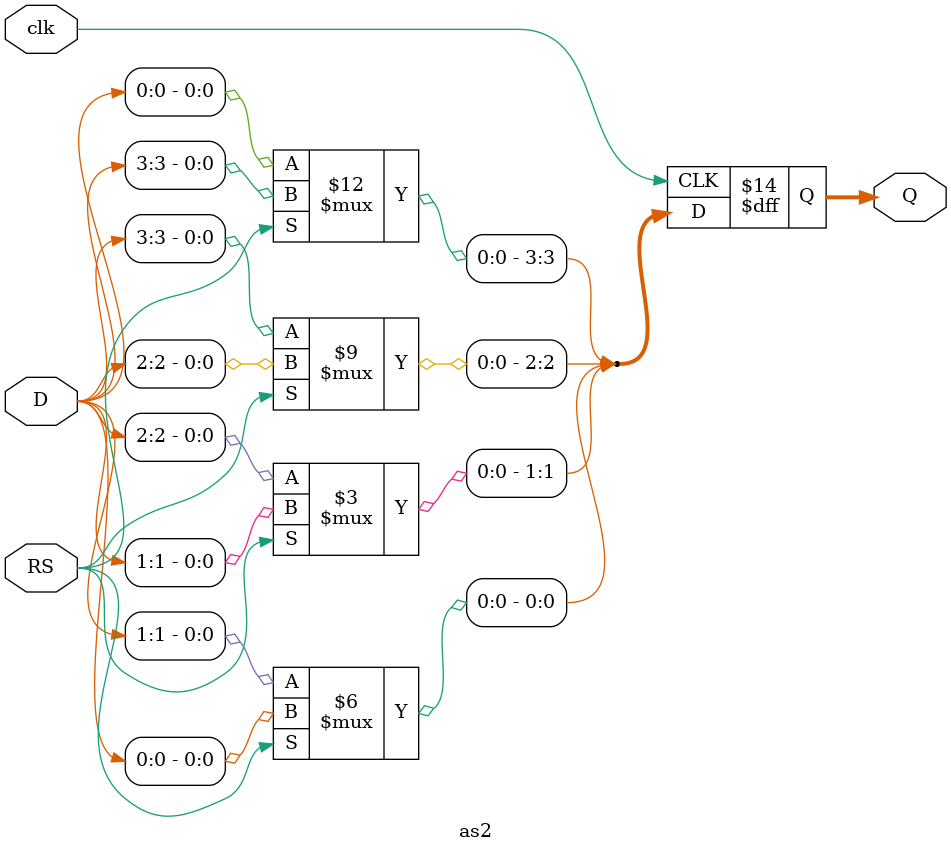
<source format=v>
module as2(D,RS,Q,clk);

input [3:0]D;
input RS,clk;
output reg [3:0]Q;
always @(posedge clk)
begin
	Q=D;

 if (RS)
	begin 
	
	//right shift
	Q<=D;
	end

 else 
	begin

//left shift
Q[3]<=Q[0];
Q[2]<=Q[3];
Q[1]<=Q[2];
Q[0]<=Q[1];

	end
end
endmodule 
</source>
